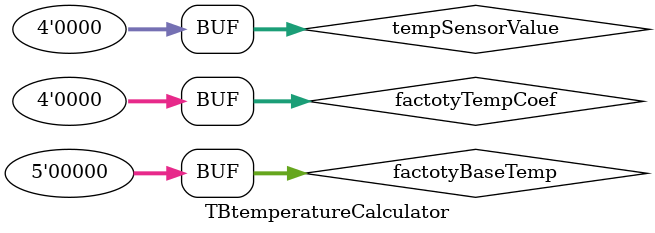
<source format=v>
`timescale 1ns / 1ps


module TBtemperatureCalculator;

	// Inputs
	reg [4:0] factotyBaseTemp;
	reg [3:0] factotyTempCoef;
	reg [3:0] tempSensorValue;

	// Outputs
	wire [7:0] temperature;

	// Instantiate the Unit Under Test (UUT)
	temperatureCalculator uut (
		.factotyBaseTemp(factotyBaseTemp), 
		.factotyTempCoef(factotyTempCoef), 
		.tempSensorValue(tempSensorValue), 
		.temperature(temperature)
	);

	initial begin
		// Initialize Inputs
		factotyBaseTemp = 0;
		factotyTempCoef = 0;
		tempSensorValue = 0;

		// Wait 100 ns for global reset to finish
		#100;
        
		// Add stimulus here

	end
      
endmodule


</source>
